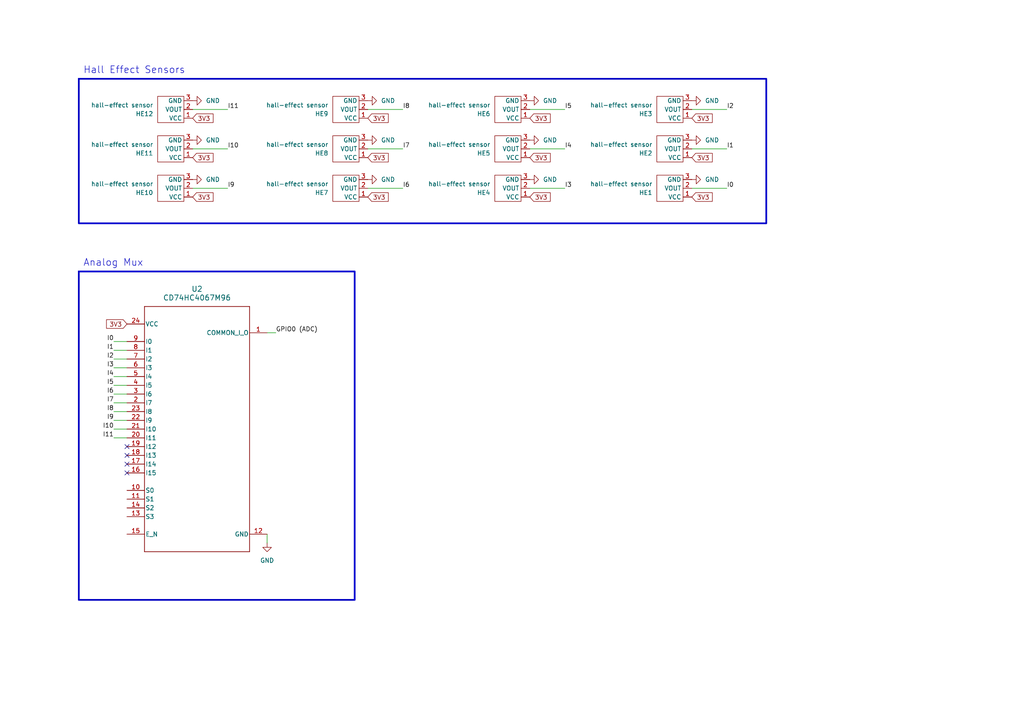
<source format=kicad_sch>
(kicad_sch (version 20230121) (generator eeschema)
  (paper "A4")
  (title_block (title "Jean-Christophe Gauthier"))
  (lib_symbols
    (symbol "Analog_Macropad_v02:Analog mux" (pin_names (offset 0.254))
      (property "Reference" "U" (at 0 2.54 0))
      (property "Value" "Analog mux" (at 0 0 0))
      (symbol "Analog mux_0_1"
        (polyline (pts (xy -15.24 -35.56) (xy 15.24 -35.56)) (stroke (width 0.2032)))
        (polyline (pts (xy -15.24 35.56) (xy -15.24 -35.56)) (stroke (width 0.2032)))
        (polyline (pts (xy 15.24 -35.56) (xy 15.24 35.56)) (stroke (width 0.2032)))
        (polyline (pts (xy 15.24 35.56) (xy -15.24 35.56)) (stroke (width 0.2032)))
        (pin bidirectional line (at 20.32 27.94 180) (length 5.08) (name "COMMON_I_O") (number "1"))
        (pin input line (at -20.32 -17.78 0) (length 5.08) (name "S0") (number "10"))
        (pin input line (at -20.32 -20.32 0) (length 5.08) (name "S1") (number "11"))
        (pin power_in line (at 20.32 -30.48 180) (length 5.08) (name "GND") (number "12"))
        (pin input line (at -20.32 -25.4 0) (length 5.08) (name "S3") (number "13"))
        (pin input line (at -20.32 -22.86 0) (length 5.08) (name "S2") (number "14"))
        (pin input line (at -20.32 -30.48 0) (length 5.08) (name "E_N") (number "15"))
        (pin input line (at -20.32 -12.7 0) (length 5.08) (name "I15") (number "16"))
        (pin input line (at -20.32 -10.16 0) (length 5.08) (name "I14") (number "17"))
        (pin input line (at -20.32 -7.62 0) (length 5.08) (name "I13") (number "18"))
        (pin input line (at -20.32 -5.08 0) (length 5.08) (name "I12") (number "19"))
        (pin input line (at -20.32 7.62 0) (length 5.08) (name "I7") (number "2"))
        (pin input line (at -20.32 -2.54 0) (length 5.08) (name "I11") (number "20"))
        (pin input line (at -20.32 0 0) (length 5.08) (name "I10") (number "21"))
        (pin input line (at -20.32 2.54 0) (length 5.08) (name "I9") (number "22"))
        (pin input line (at -20.32 5.08 0) (length 5.08) (name "I8") (number "23"))
        (pin power_in line (at -20.32 30.48 0) (length 5.08) (name "VCC") (number "24"))
        (pin input line (at -20.32 10.16 0) (length 5.08) (name "I6") (number "3"))
        (pin input line (at -20.32 12.7 0) (length 5.08) (name "I5") (number "4"))
        (pin input line (at -20.32 15.24 0) (length 5.08) (name "I4") (number "5"))
        (pin input line (at -20.32 17.78 0) (length 5.08) (name "I3") (number "6"))
        (pin input line (at -20.32 20.32 0) (length 5.08) (name "I2") (number "7"))
        (pin input line (at -20.32 22.86 0) (length 5.08) (name "I1") (number "8"))
        (pin input line (at -20.32 25.4 0) (length 5.08) (name "I0") (number "9"))
      )
    )
    (symbol "Analog_Macropad_v02:hall-effect sensor"
      (property "Reference" "HE" (at -2.54 5.08 0))
      (property "Value" "hall-effect sensor" (at 1.27 -5.08 0))
      (symbol "hall-effect sensor_0_1"
        (rectangle (start -3.81 3.81) (end 3.81 -3.81))
      )
      (symbol "hall-effect sensor_1_1"
        (pin input line (at -6.35 2.54 0) (length 2.54) (name "VCC") (number "1"))
        (pin input line (at -6.35 0 0) (length 2.54) (name "VOUT") (number "2"))
        (pin input line (at -6.35 -2.54 0) (length 2.54) (name "GND") (number "3"))
      )
    )
    (symbol "power:GND" (power) (pin_names (offset 0))
      (property "Value" "GND" (at 0 -3.81 0))
      (symbol "GND_0_1"
        (polyline (pts (xy 0 0) (xy 0 -1.27) (xy 1.27 -1.27) (xy 0 -2.54) (xy -1.27 -1.27) (xy 0 -1.27)))
      )
      (symbol "GND_1_1"
        (pin power_in line (at 0 0 270) (length 0) hide (name "GND") (number "1"))
      )
    )
  )
  (no_connect (at 36.83 129.54))
  (no_connect (at 36.83 134.62))
  (no_connect (at 36.83 137.16))
  (no_connect (at 36.83 132.08))
  (wire (pts (xy 55.88 31.75) (xy 66.04 31.75)))
  (wire (pts (xy 33.02 114.3) (xy 36.83 114.3)))
  (wire (pts (xy 200.66 43.18) (xy 210.82 43.18)))
  (wire (pts (xy 77.47 96.52) (xy 80.01 96.52)))
  (wire (pts (xy 153.67 31.75) (xy 163.83 31.75)))
  (wire (pts (xy 200.66 31.75) (xy 210.82 31.75)))
  (wire (pts (xy 33.02 121.92) (xy 36.83 121.92)))
  (wire (pts (xy 200.66 54.61) (xy 210.82 54.61)))
  (wire (pts (xy 33.02 106.68) (xy 36.83 106.68)))
  (wire (pts (xy 33.02 127) (xy 36.83 127)))
  (wire (pts (xy 33.02 116.84) (xy 36.83 116.84)))
  (wire (pts (xy 33.02 111.76) (xy 36.83 111.76)))
  (wire (pts (xy 33.02 101.6) (xy 36.83 101.6)))
  (wire (pts (xy 55.88 43.18) (xy 66.04 43.18)))
  (wire (pts (xy 33.02 109.22) (xy 36.83 109.22)))
  (wire (pts (xy 77.47 154.94) (xy 77.47 157.48)))
  (wire (pts (xy 33.02 119.38) (xy 36.83 119.38)))
  (wire (pts (xy 55.88 54.61) (xy 66.04 54.61)))
  (wire (pts (xy 106.68 54.61) (xy 116.84 54.61)))
  (wire (pts (xy 33.02 124.46) (xy 36.83 124.46)))
  (wire (pts (xy 106.68 43.18) (xy 116.84 43.18)))
  (wire (pts (xy 33.02 104.14) (xy 36.83 104.14)))
  (wire (pts (xy 153.67 54.61) (xy 163.83 54.61)))
  (wire (pts (xy 33.02 99.06) (xy 36.83 99.06)))
  (wire (pts (xy 106.68 31.75) (xy 116.84 31.75)))
  (wire (pts (xy 153.67 43.18) (xy 163.83 43.18)))
  (rectangle (start 22.86 22.86) (end 222.25 64.77) (stroke (width 0.5)))
  (rectangle (start 22.86 78.74) (end 102.87 173.99) (stroke (width 0.5)))
  (text "Hall Effect Sensors" (at 24.13 21.59 0) (effects (font (size 2 2)) (justify left bottom)))
  (text "Analog Mux" (at 24.13 77.47 0) (effects (font (size 2 2)) (justify left bottom)))
  (label "I9" (at 66.04 54.61 0))
  (label "I3" (at 33.02 106.68 180))
  (label "I5" (at 33.02 111.76 180))
  (label "I8" (at 116.84 31.75 0))
  (label "I0" (at 210.82 54.61 0))
  (label "I4" (at 163.83 43.18 0))
  (label "I6" (at 116.84 54.61 0))
  (label "I3" (at 163.83 54.61 0))
  (label "I2" (at 33.02 104.14 180))
  (label "GPIO0 (ADC)" (at 80.01 96.52 0))
  (label "I1" (at 33.02 101.6 180))
  (label "I0" (at 33.02 99.06 180))
  (label "I9" (at 33.02 121.92 180))
  (label "I11" (at 33.02 127 180))
  (label "I4" (at 33.02 109.22 180))
  (label "I1" (at 210.82 43.18 0))
  (label "I10" (at 66.04 43.18 0))
  (label "I11" (at 66.04 31.75 0))
  (label "I5" (at 163.83 31.75 0))
  (label "I7" (at 33.02 116.84 180))
  (label "I8" (at 33.02 119.38 180))
  (label "I10" (at 33.02 124.46 180))
  (label "I7" (at 116.84 43.18 0))
  (label "I2" (at 210.82 31.75 0))
  (label "I6" (at 33.02 114.3 180))
  (global_label "3V3" (shape input) (at 106.68 34.29 0) (property "Intersheetrefs" "${INTERSHEET_REFS}" (effects hide)))
  (global_label "3V3" (shape input) (at 153.67 34.29 0) (property "Intersheetrefs" "${INTERSHEET_REFS}" (effects hide)))
  (global_label "3V3" (shape input) (at 153.67 45.72 0) (property "Intersheetrefs" "${INTERSHEET_REFS}" (effects hide)))
  (global_label "3V3" (shape input) (at 200.66 45.72 0) (property "Intersheetrefs" "${INTERSHEET_REFS}" (effects hide)))
  (global_label "3V3" (shape input) (at 200.66 57.15 0) (property "Intersheetrefs" "${INTERSHEET_REFS}" (effects hide)))
  (global_label "3V3" (shape input) (at 55.88 57.15 0) (property "Intersheetrefs" "${INTERSHEET_REFS}" (effects hide)))
  (global_label "3V3" (shape input) (at 106.68 45.72 0) (property "Intersheetrefs" "${INTERSHEET_REFS}" (effects hide)))
  (global_label "3V3" (shape input) (at 153.67 57.15 0) (property "Intersheetrefs" "${INTERSHEET_REFS}" (effects hide)))
  (global_label "3V3" (shape input) (at 36.83 93.98 180) (property "Intersheetrefs" "${INTERSHEET_REFS}" (effects hide)))
  (global_label "3V3" (shape input) (at 55.88 45.72 0) (property "Intersheetrefs" "${INTERSHEET_REFS}" (effects hide)))
  (global_label "3V3" (shape input) (at 106.68 57.15 0) (property "Intersheetrefs" "${INTERSHEET_REFS}" (effects hide)))
  (global_label "3V3" (shape input) (at 55.88 34.29 0) (property "Intersheetrefs" "${INTERSHEET_REFS}" (effects hide)))
  (global_label "3V3" (shape input) (at 200.66 34.29 0) (property "Intersheetrefs" "${INTERSHEET_REFS}" (effects hide)))
  (symbol (lib_id "Analog_Macropad_v02:hall-effect sensor") (at 100.33 43.18 180) (unit 1)
    (property "Reference" "HE8" (at 95.25 44.45 0) (effects (justify left)))
    (property "Value" "hall-effect sensor" (at 95.25 41.91 0) (effects (justify left)))
  )
  (symbol (lib_id "power:GND") (at 200.66 29.21 90) (unit 1)
    (property "Reference" "#PWR028" (effects hide))
    (property "Value" "GND" (at 204.47 29.21 90) (effects (justify right)))
  )
  (symbol (lib_id "Analog_Macropad_v02:hall-effect sensor") (at 49.53 31.75 180) (unit 1)
    (property "Reference" "HE12" (at 44.45 33.02 0) (effects (justify left)))
    (property "Value" "hall-effect sensor" (at 44.45 30.48 0) (effects (justify left)))
  )
  (symbol (lib_id "power:GND") (at 200.66 52.07 90) (unit 1)
    (property "Reference" "#PWR030" (effects hide))
    (property "Value" "GND" (at 204.47 52.07 90) (effects (justify right)))
  )
  (symbol (lib_id "Analog_Macropad_v02:hall-effect sensor") (at 100.33 31.75 180) (unit 1)
    (property "Reference" "HE9" (at 95.25 33.02 0) (effects (justify left)))
    (property "Value" "hall-effect sensor" (at 95.25 30.48 0) (effects (justify left)))
  )
  (symbol (lib_id "power:GND") (at 106.68 40.64 90) (unit 1)
    (property "Reference" "#PWR023" (effects hide))
    (property "Value" "GND" (at 110.49 40.64 90) (effects (justify right)))
  )
  (symbol (lib_id "Analog_Macropad_v02:hall-effect sensor") (at 194.31 43.18 180) (unit 1)
    (property "Reference" "HE2" (at 189.23 44.45 0) (effects (justify left)))
    (property "Value" "hall-effect sensor" (at 189.23 41.91 0) (effects (justify left)))
  )
  (symbol (lib_id "power:GND") (at 106.68 29.21 90) (unit 1)
    (property "Reference" "#PWR022" (effects hide))
    (property "Value" "GND" (at 110.49 29.21 90) (effects (justify right)))
  )
  (symbol (lib_id "Analog_Macropad_v02:hall-effect sensor") (at 147.32 43.18 180) (unit 1)
    (property "Reference" "HE5" (at 142.24 44.45 0) (effects (justify left)))
    (property "Value" "hall-effect sensor" (at 142.24 41.91 0) (effects (justify left)))
  )
  (symbol (lib_id "power:GND") (at 55.88 52.07 90) (unit 1)
    (property "Reference" "#PWR019" (effects hide))
    (property "Value" "GND" (at 59.69 52.07 90) (effects (justify right)))
  )
  (symbol (lib_id "Analog_Macropad_v02:hall-effect sensor") (at 194.31 31.75 180) (unit 1)
    (property "Reference" "HE3" (at 189.23 33.02 0) (effects (justify left)))
    (property "Value" "hall-effect sensor" (at 189.23 30.48 0) (effects (justify left)))
  )
  (symbol (lib_id "Analog_Macropad_v02:hall-effect sensor") (at 194.31 54.61 180) (unit 1)
    (property "Reference" "HE1" (at 189.23 55.88 0) (effects (justify left)))
    (property "Value" "hall-effect sensor" (at 189.23 53.34 0) (effects (justify left)))
  )
  (symbol (lib_id "power:GND") (at 200.66 40.64 90) (unit 1)
    (property "Reference" "#PWR029" (effects hide))
    (property "Value" "GND" (at 204.47 40.64 90) (effects (justify right)))
  )
  (symbol (lib_id "Analog_Macropad_v02:hall-effect sensor") (at 49.53 54.61 180) (unit 1)
    (property "Reference" "HE10" (at 44.45 55.88 0) (effects (justify left)))
    (property "Value" "hall-effect sensor" (at 44.45 53.34 0) (effects (justify left)))
  )
  (symbol (lib_id "Analog_Macropad_v02:hall-effect sensor") (at 147.32 54.61 180) (unit 1)
    (property "Reference" "HE4" (at 142.24 55.88 0) (effects (justify left)))
    (property "Value" "hall-effect sensor" (at 142.24 53.34 0) (effects (justify left)))
  )
  (symbol (lib_id "power:GND") (at 77.47 157.48 0) (unit 1)
    (property "Reference" "#PWR031" (effects hide))
    (property "Value" "GND" (at 77.47 162.56 0))
  )
  (symbol (lib_id "power:GND") (at 153.67 29.21 90) (unit 1)
    (property "Reference" "#PWR025" (effects hide))
    (property "Value" "GND" (at 157.48 29.21 90) (effects (justify right)))
  )
  (symbol (lib_id "power:GND") (at 153.67 52.07 90) (unit 1)
    (property "Reference" "#PWR027" (effects hide))
    (property "Value" "GND" (at 157.48 52.07 90) (effects (justify right)))
  )
  (symbol (lib_id "Analog_Macropad_v02:hall-effect sensor") (at 100.33 54.61 180) (unit 1)
    (property "Reference" "HE7" (at 95.25 55.88 0) (effects (justify left)))
    (property "Value" "hall-effect sensor" (at 95.25 53.34 0) (effects (justify left)))
  )
  (symbol (lib_id "power:GND") (at 55.88 40.64 90) (unit 1)
    (property "Reference" "#PWR020" (effects hide))
    (property "Value" "GND" (at 59.69 40.64 90) (effects (justify right)))
  )
  (symbol (lib_id "power:GND") (at 55.88 29.21 90) (unit 1)
    (property "Reference" "#PWR021" (effects hide))
    (property "Value" "GND" (at 59.69 29.21 90) (effects (justify right)))
  )
  (symbol (lib_id "power:GND") (at 153.67 40.64 90) (unit 1)
    (property "Reference" "#PWR026" (effects hide))
    (property "Value" "GND" (at 157.48 40.64 90) (effects (justify right)))
  )
  (symbol (lib_id "Analog_Macropad_v02:hall-effect sensor") (at 147.32 31.75 180) (unit 1)
    (property "Reference" "HE6" (at 142.24 33.02 0) (effects (justify left)))
    (property "Value" "hall-effect sensor" (at 142.24 30.48 0) (effects (justify left)))
  )
  (symbol (lib_id "Analog_Macropad_v02:Analog mux") (at 57.15 124.46 0) (unit 1)
    (property "Reference" "U2" (at 57.15 83.82 0) (effects (font (size 1.524 1.524))))
    (property "Value" "CD74HC4067M96" (at 57.15 86.36 0) (effects (font (size 1.524 1.524))))
    (property "Footprint" "DB0024A_N" (effects hide))
    (property "Datasheet" "CD74HC4067SM96" (effects hide))
  )
  (symbol (lib_id "power:GND") (at 106.68 52.07 90) (unit 1)
    (property "Reference" "#PWR024" (effects hide))
    (property "Value" "GND" (at 110.49 52.07 90) (effects (justify right)))
  )
  (symbol (lib_id "Analog_Macropad_v02:hall-effect sensor") (at 49.53 43.18 180) (unit 1)
    (property "Reference" "HE11" (at 44.45 44.45 0) (effects (justify left)))
    (property "Value" "hall-effect sensor" (at 44.45 41.91 0) (effects (justify left)))
  )
)
</source>
